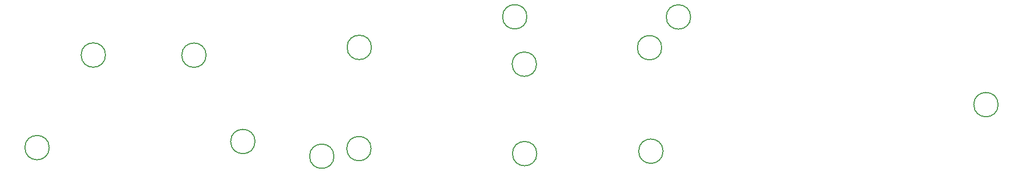
<source format=gbr>
%TF.GenerationSoftware,KiCad,Pcbnew,8.0.0*%
%TF.CreationDate,2024-10-27T16:20:46-07:00*%
%TF.ProjectId,sled,736c6564-2e6b-4696-9361-645f70636258,rev?*%
%TF.SameCoordinates,Original*%
%TF.FileFunction,Other,Comment*%
%FSLAX46Y46*%
G04 Gerber Fmt 4.6, Leading zero omitted, Abs format (unit mm)*
G04 Created by KiCad (PCBNEW 8.0.0) date 2024-10-27 16:20:46*
%MOMM*%
%LPD*%
G01*
G04 APERTURE LIST*
%ADD10C,0.150000*%
G04 APERTURE END LIST*
D10*
%TO.C,H7*%
X134843600Y-76860400D02*
G75*
G02*
X131043600Y-76860400I-1900000J0D01*
G01*
X131043600Y-76860400D02*
G75*
G02*
X134843600Y-76860400I1900000J0D01*
G01*
%TO.C,H14*%
X238300000Y-68800000D02*
G75*
G02*
X234500000Y-68800000I-1900000J0D01*
G01*
X234500000Y-68800000D02*
G75*
G02*
X238300000Y-68800000I1900000J0D01*
G01*
%TO.C,H1*%
X99258200Y-61061600D02*
G75*
G02*
X95458200Y-61061600I-1900000J0D01*
G01*
X95458200Y-61061600D02*
G75*
G02*
X99258200Y-61061600I1900000J0D01*
G01*
%TO.C,H10*%
X140634800Y-75666600D02*
G75*
G02*
X136834800Y-75666600I-1900000J0D01*
G01*
X136834800Y-75666600D02*
G75*
G02*
X140634800Y-75666600I1900000J0D01*
G01*
%TO.C,H5*%
X90495200Y-75514200D02*
G75*
G02*
X86695200Y-75514200I-1900000J0D01*
G01*
X86695200Y-75514200D02*
G75*
G02*
X90495200Y-75514200I1900000J0D01*
G01*
%TO.C,H9*%
X166390400Y-62484000D02*
G75*
G02*
X162590400Y-62484000I-1900000J0D01*
G01*
X162590400Y-62484000D02*
G75*
G02*
X166390400Y-62484000I1900000J0D01*
G01*
%TO.C,H11*%
X185897600Y-59918600D02*
G75*
G02*
X182097600Y-59918600I-1900000J0D01*
G01*
X182097600Y-59918600D02*
G75*
G02*
X185897600Y-59918600I1900000J0D01*
G01*
%TO.C,H13*%
X166441200Y-76454000D02*
G75*
G02*
X162641200Y-76454000I-1900000J0D01*
G01*
X162641200Y-76454000D02*
G75*
G02*
X166441200Y-76454000I1900000J0D01*
G01*
%TO.C,H12*%
X186100800Y-76073000D02*
G75*
G02*
X182300800Y-76073000I-1900000J0D01*
G01*
X182300800Y-76073000D02*
G75*
G02*
X186100800Y-76073000I1900000J0D01*
G01*
%TO.C,H2*%
X122550000Y-74559400D02*
G75*
G02*
X118750000Y-74559400I-1900000J0D01*
G01*
X118750000Y-74559400D02*
G75*
G02*
X122550000Y-74559400I1900000J0D01*
G01*
%TO.C,H8*%
X140685600Y-59867800D02*
G75*
G02*
X136885600Y-59867800I-1900000J0D01*
G01*
X136885600Y-59867800D02*
G75*
G02*
X140685600Y-59867800I1900000J0D01*
G01*
%TO.C,H3*%
X164900000Y-55092600D02*
G75*
G02*
X161100000Y-55092600I-1900000J0D01*
G01*
X161100000Y-55092600D02*
G75*
G02*
X164900000Y-55092600I1900000J0D01*
G01*
%TO.C,H6*%
X114930000Y-61087000D02*
G75*
G02*
X111130000Y-61087000I-1900000J0D01*
G01*
X111130000Y-61087000D02*
G75*
G02*
X114930000Y-61087000I1900000J0D01*
G01*
%TO.C,H4*%
X190400000Y-55118000D02*
G75*
G02*
X186600000Y-55118000I-1900000J0D01*
G01*
X186600000Y-55118000D02*
G75*
G02*
X190400000Y-55118000I1900000J0D01*
G01*
%TD*%
M02*

</source>
